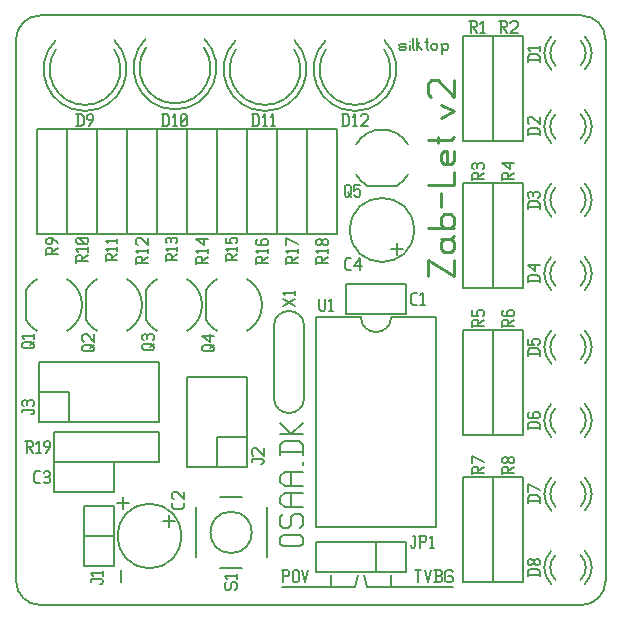
<source format=gbr>
G04 start of page 8 for group -4079 idx -4079 *
G04 Title: Zab-Let V2, topsilk *
G04 Creator: pcb 20110918 *
G04 CreationDate: Fri 21 Dec 2012 01:58:23 PM GMT UTC *
G04 For: bertho *
G04 Format: Gerber/RS-274X *
G04 PCB-Dimensions: 325000 225000 *
G04 PCB-Coordinate-Origin: lower left *
%MOIN*%
%FSLAX25Y25*%
%LNTOPSILK*%
%ADD51C,0.0088*%
%ADD50C,0.0076*%
%ADD49C,0.0070*%
%ADD48C,0.0080*%
G54D48*X10000Y26500D02*Y207000D01*
X18000Y215000D02*X198500D01*
X206500Y207000D02*Y26500D01*
X198500Y18500D02*X18000D01*
X123000Y24500D02*X98500D01*
X115000Y28500D02*Y24500D01*
X124000Y28500D02*X123000Y24500D01*
X126000Y28500D02*X127000Y24500D01*
X155500D01*
X135000Y28500D02*Y24500D01*
X10000Y207000D02*G75*G02X18000Y215000I8000J0D01*G01*
Y18500D02*G75*G02X10000Y26500I0J8000D01*G01*
X206500D02*G75*G02X198500Y18500I-8000J0D01*G01*
Y215000D02*G75*G02X206500Y207000I0J-8000D01*G01*
G54D49*X143000Y30000D02*X145000D01*
X144000D02*Y26000D01*
X146200Y30000D02*X147200Y26000D01*
X148200Y30000D01*
X149400Y26000D02*X151400D01*
X151900Y26500D01*
Y27700D02*Y26500D01*
X151400Y28200D02*X151900Y27700D01*
X149900Y28200D02*X151400D01*
X149900Y30000D02*Y26000D01*
X149400Y30000D02*X151400D01*
X151900Y29500D01*
Y28700D01*
X151400Y28200D02*X151900Y28700D01*
X155100Y30000D02*X155600Y29500D01*
X153600Y30000D02*X155100D01*
X153100Y29500D02*X153600Y30000D01*
X153100Y29500D02*Y26500D01*
X153600Y26000D01*
X155100D01*
X155600Y26500D01*
Y27500D02*Y26500D01*
X155100Y28000D02*X155600Y27500D01*
X154100Y28000D02*X155100D01*
X99000Y30000D02*Y26000D01*
X98500Y30000D02*X100500D01*
X101000Y29500D01*
Y28500D01*
X100500Y28000D02*X101000Y28500D01*
X99000Y28000D02*X100500D01*
X102200Y29500D02*Y26500D01*
Y29500D02*X102700Y30000D01*
X103700D01*
X104200Y29500D01*
Y26500D01*
X103700Y26000D02*X104200Y26500D01*
X102700Y26000D02*X103700D01*
X102200Y26500D02*X102700Y26000D01*
X105400Y30000D02*X106400Y26000D01*
X107400Y30000D01*
G54D50*X98850Y38000D02*X104550D01*
X98850D02*X97900Y38950D01*
Y40850D02*Y38950D01*
Y40850D02*X98850Y41800D01*
X104550D01*
X105500Y40850D02*X104550Y41800D01*
X105500Y40850D02*Y38950D01*
X104550Y38000D02*X105500Y38950D01*
X97900Y47880D02*X98850Y48830D01*
X97900Y47880D02*Y45030D01*
X98850Y44080D02*X97900Y45030D01*
X98850Y44080D02*X100750D01*
X101700Y45030D01*
Y47880D02*Y45030D01*
Y47880D02*X102650Y48830D01*
X104550D01*
X105500Y47880D02*X104550Y48830D01*
X105500Y47880D02*Y45030D01*
X104550Y44080D02*X105500Y45030D01*
X99800Y51110D02*X105500D01*
X99800D02*X97900Y52440D01*
Y54530D02*Y52440D01*
Y54530D02*X99800Y55860D01*
X105500D01*
X101700D02*Y51110D01*
X99800Y58140D02*X105500D01*
X99800D02*X97900Y59470D01*
Y61560D02*Y59470D01*
Y61560D02*X99800Y62890D01*
X105500D01*
X101700D02*Y58140D01*
X105500Y66120D02*Y65170D01*
X97900Y69350D02*X105500D01*
X97900Y71820D02*X99230Y73150D01*
X104170D01*
X105500Y71820D02*X104170Y73150D01*
X105500Y71820D02*Y68400D01*
X97900Y71820D02*Y68400D01*
Y75430D02*X105500D01*
X101700D02*X97900Y79230D01*
X101700Y75430D02*X105500Y79230D01*
G54D48*X45000Y30000D02*Y26000D01*
X45500Y54500D02*Y50500D01*
X43500Y52500D02*X47500D01*
G54D51*X147200Y133500D02*Y128000D01*
X156000D02*X147200Y133500D01*
X156000D02*Y128000D01*
X151600Y139440D02*X152700Y140540D01*
X151600Y139440D02*Y137240D01*
X152700Y136140D02*X151600Y137240D01*
X152700Y136140D02*X154900D01*
X156000Y137240D01*
X151600Y140540D02*X154900D01*
X156000Y141640D01*
Y139440D02*Y137240D01*
Y139440D02*X154900Y140540D01*
X147200Y144280D02*X156000D01*
X154900D02*X156000Y145380D01*
Y147580D02*Y145380D01*
Y147580D02*X154900Y148680D01*
X152700D02*X154900D01*
X151600Y147580D02*X152700Y148680D01*
X151600Y147580D02*Y145380D01*
X152700Y144280D02*X151600Y145380D01*
Y155720D02*Y151320D01*
X147200Y158360D02*X156000D01*
Y162760D02*Y158360D01*
Y169800D02*Y166500D01*
X154900Y165400D02*X156000Y166500D01*
X152700Y165400D02*X154900D01*
X152700D02*X151600Y166500D01*
Y168700D02*Y166500D01*
Y168700D02*X152700Y169800D01*
X153800D02*Y165400D01*
X152700Y169800D02*X153800D01*
X147200Y173540D02*X154900D01*
X156000Y174640D01*
X150500D02*Y172440D01*
X151600Y180800D02*X156000Y183000D01*
X151600Y185200D02*X156000Y183000D01*
X148300Y187840D02*X147200Y188940D01*
Y192240D02*Y188940D01*
Y192240D02*X148300Y193340D01*
X150500D01*
X156000Y187840D02*X150500Y193340D01*
X156000D02*Y187840D01*
G54D49*X138000Y203500D02*X139500D01*
X140000Y204000D01*
X139500Y204500D02*X140000Y204000D01*
X138000Y204500D02*X139500D01*
X137500Y205000D02*X138000Y204500D01*
X137500Y205000D02*X138000Y205500D01*
X139500D01*
X140000Y205000D01*
X137500Y204000D02*X138000Y203500D01*
X141200Y206500D02*Y206400D01*
Y205000D02*Y203500D01*
X142200Y207500D02*Y204000D01*
X142700Y203500D01*
X143700Y207500D02*Y203500D01*
Y205000D02*X145200Y203500D01*
X143700Y205000D02*X144700Y206000D01*
X146900Y207500D02*Y204000D01*
X147400Y203500D01*
X146400Y206000D02*X147400D01*
X148400Y205000D02*Y204000D01*
Y205000D02*X148900Y205500D01*
X149900D01*
X150400Y205000D01*
Y204000D01*
X149900Y203500D02*X150400Y204000D01*
X148900Y203500D02*X149900D01*
X148400Y204000D02*X148900Y203500D01*
X152100Y205000D02*Y202000D01*
X151600Y205500D02*X152100Y205000D01*
X152600Y205500D01*
X153600D01*
X154100Y205000D01*
Y204000D01*
X153600Y203500D02*X154100Y204000D01*
X152600Y203500D02*X153600D01*
X152100Y204000D02*X152600Y203500D01*
G54D48*X189828Y84172D02*G75*G03X189828Y75828I4172J-4172D01*G01*
X198172Y75828D02*G75*G03X198172Y84172I-4172J4172D01*G01*
X188414Y85586D02*G75*G03X188414Y74414I5586J-5586D01*G01*
X199586Y74414D02*G75*G03X199586Y85586I-5586J5586D01*G01*
X189828Y108672D02*G75*G03X189828Y100328I4172J-4172D01*G01*
X198172Y100328D02*G75*G03X198172Y108672I-4172J4172D01*G01*
X188414Y110086D02*G75*G03X188414Y98914I5586J-5586D01*G01*
X199586Y98914D02*G75*G03X199586Y110086I-5586J5586D01*G01*
X189828Y133172D02*G75*G03X189828Y124828I4172J-4172D01*G01*
X198172Y124828D02*G75*G03X198172Y133172I-4172J4172D01*G01*
X188414Y134586D02*G75*G03X188414Y123414I5586J-5586D01*G01*
X199586Y123414D02*G75*G03X199586Y134586I-5586J5586D01*G01*
X189828Y157672D02*G75*G03X189828Y149328I4172J-4172D01*G01*
X198172Y149328D02*G75*G03X198172Y157672I-4172J4172D01*G01*
X188414Y159086D02*G75*G03X188414Y147914I5586J-5586D01*G01*
X199586Y147914D02*G75*G03X199586Y159086I-5586J5586D01*G01*
X189828Y182172D02*G75*G03X189828Y173828I4172J-4172D01*G01*
X198172Y173828D02*G75*G03X198172Y182172I-4172J4172D01*G01*
X188414Y183586D02*G75*G03X188414Y172414I5586J-5586D01*G01*
X199586Y172414D02*G75*G03X199586Y183586I-5586J5586D01*G01*
X189828Y206672D02*G75*G03X189828Y198328I4172J-4172D01*G01*
X198172Y198328D02*G75*G03X198172Y206672I-4172J4172D01*G01*
X188414Y208086D02*G75*G03X188414Y196914I5586J-5586D01*G01*
X199586Y196914D02*G75*G03X199586Y208086I-5586J5586D01*G01*
X189828Y35172D02*G75*G03X189828Y26828I4172J-4172D01*G01*
X198172Y26828D02*G75*G03X198172Y35172I-4172J4172D01*G01*
X188414Y36586D02*G75*G03X188414Y25414I5586J-5586D01*G01*
X199586Y25414D02*G75*G03X199586Y36586I-5586J5586D01*G01*
X189828Y59672D02*G75*G03X189828Y51328I4172J-4172D01*G01*
X198172Y51328D02*G75*G03X198172Y59672I-4172J4172D01*G01*
X188414Y61086D02*G75*G03X188414Y49914I5586J-5586D01*G01*
X199586Y49914D02*G75*G03X199586Y61086I-5586J5586D01*G01*
X53300Y123500D02*Y113500D01*
X67000Y109840D02*G75*G03X67000Y127160I-5000J8660D01*G01*
X57000Y127160D02*G75*G03X53340Y123500I5000J-8660D01*G01*
X53340Y113500D02*G75*G03X57000Y109840I8660J5000D01*G01*
X106000Y111500D02*Y87500D01*
X96000Y111500D02*Y87500D01*
G75*G03X106000Y87500I5000J0D01*G01*
Y111500D02*G75*G03X96000Y111500I-5000J0D01*G01*
X140000Y125500D02*Y115500D01*
X120000Y125500D02*Y115500D01*
Y125500D02*X140000D01*
X120000Y115500D02*X140000D01*
X110000Y39500D02*X140000D01*
X110000D02*Y29500D01*
X140000D01*
Y39500D02*Y29500D01*
X130000Y39500D02*Y29500D01*
X140000D01*
X110000Y114500D02*Y44500D01*
X150000D01*
Y114500D02*Y44500D01*
X110000Y114500D02*X125000D01*
X135000D02*X150000D01*
X125000D02*G75*G03X135000Y114500I5000J0D01*G01*
X159000Y61000D02*X169000D01*
X159000Y26000D02*X169000D01*
X159000Y61000D02*Y26000D01*
X169000Y61000D02*Y26000D01*
Y61000D02*X179000D01*
X169000Y26000D02*X179000D01*
X169000Y61000D02*Y26000D01*
X179000Y61000D02*Y26000D01*
X159000Y110000D02*X169000D01*
X159000Y75000D02*X169000D01*
X159000Y110000D02*Y75000D01*
X169000Y110000D02*Y75000D01*
Y110000D02*X179000D01*
X169000Y75000D02*X179000D01*
X169000Y110000D02*Y75000D01*
X179000Y110000D02*Y75000D01*
X83334Y203768D02*G75*G03X102666Y203768I9666J-6768D01*G01*
X83242Y206758D02*G75*G03X102758Y206758I9758J-9758D01*G01*
X97000Y142000D02*X107000D01*
X97000Y177000D02*X107000D01*
Y142000D01*
X97000Y177000D02*Y142000D01*
X107000D02*X117000D01*
X107000Y177000D02*X117000D01*
Y142000D01*
X107000Y177000D02*Y142000D01*
X87000Y177000D02*X97000D01*
X87000Y142000D02*X97000D01*
X87000Y177000D02*Y142000D01*
X97000Y177000D02*Y142000D01*
X67000Y177000D02*X77000D01*
X67000Y142000D02*X77000D01*
X67000Y177000D02*Y142000D01*
X77000Y177000D02*Y142000D01*
Y177000D02*X87000D01*
X77000Y142000D02*X87000D01*
X77000Y177000D02*Y142000D01*
X87000Y177000D02*Y142000D01*
X57000Y177000D02*X67000D01*
X57000Y142000D02*X67000D01*
X57000Y177000D02*Y142000D01*
X67000Y177000D02*Y142000D01*
X113334Y203768D02*G75*G03X132666Y203768I9666J-6768D01*G01*
X113242Y206758D02*G75*G03X132758Y206758I9758J-9758D01*G01*
X127000Y158300D02*X137000D01*
X140660Y172000D02*G75*G03X123340Y172000I-8660J-5000D01*G01*
X123340Y162000D02*G75*G03X127000Y158340I8660J5000D01*G01*
X137000Y158340D02*G75*G03X140660Y162000I-5000J8660D01*G01*
X159000Y208000D02*X169000D01*
X159000Y173000D02*X169000D01*
X159000Y208000D02*Y173000D01*
X169000Y208000D02*Y173000D01*
Y208000D02*X179000D01*
X169000Y173000D02*X179000D01*
X169000Y208000D02*Y173000D01*
X179000Y208000D02*Y173000D01*
X159000Y159000D02*X169000D01*
X159000Y124000D02*X169000D01*
X159000Y159000D02*Y124000D01*
X169000Y159000D02*Y124000D01*
Y159000D02*X179000D01*
X169000Y124000D02*X179000D01*
X169000Y159000D02*Y124000D01*
X179000Y159000D02*Y124000D01*
X134921Y137000D02*X138921D01*
X136921Y139000D02*Y135000D01*
X142650Y143500D02*G75*G03X142650Y143500I-10650J0D01*G01*
X57500Y76000D02*Y66000D01*
X22500Y76000D02*Y66000D01*
Y76000D02*X57500D01*
X22500Y66000D02*X57500D01*
X17500Y79500D02*X57500D01*
Y99500D02*Y79500D01*
X17500Y99500D02*X57500D01*
X17500D02*Y79500D01*
X27500Y89500D02*Y79500D01*
X17500Y89500D02*X27500D01*
X87000Y94500D02*Y64500D01*
X67000Y94500D02*X87000D01*
X67000D02*Y64500D01*
X87000D01*
X77000Y74500D02*X87000D01*
X77000D02*Y64500D01*
X61000Y48421D02*Y44421D01*
X59000Y46421D02*X63000D01*
X54500Y52150D02*G75*G03X54500Y52150I0J-10650D01*G01*
X33300Y123500D02*Y113500D01*
X47000Y109840D02*G75*G03X47000Y127160I-5000J8660D01*G01*
X37000Y127160D02*G75*G03X33340Y123500I5000J-8660D01*G01*
X33340Y113500D02*G75*G03X37000Y109840I8660J5000D01*G01*
X13300Y123500D02*Y113500D01*
X27000Y109840D02*G75*G03X27000Y127160I-5000J8660D01*G01*
X17000Y127160D02*G75*G03X13340Y123500I5000J-8660D01*G01*
X13340Y113500D02*G75*G03X17000Y109840I8660J5000D01*G01*
X93500Y51000D02*Y34400D01*
X69900Y51000D02*Y34400D01*
X78000Y54500D02*X85300D01*
X78000Y30900D02*X85300D01*
X81700Y49600D02*G75*G03X81700Y49600I0J-6900D01*G01*
X42500Y66000D02*Y56000D01*
X22500Y66000D02*Y56000D01*
Y66000D02*X42500D01*
X22500Y56000D02*X42500D01*
X32500Y51500D02*Y31500D01*
X42500D01*
Y51500D01*
X32500D01*
Y41500D02*X42500D01*
Y51500D01*
X73300Y123500D02*Y113500D01*
X87000Y109840D02*G75*G03X87000Y127160I-5000J8660D01*G01*
X77000Y127160D02*G75*G03X73340Y123500I5000J-8660D01*G01*
X73340Y113500D02*G75*G03X77000Y109840I8660J5000D01*G01*
X47000Y177000D02*X57000D01*
X47000Y142000D02*X57000D01*
X47000Y177000D02*Y142000D01*
X57000Y177000D02*Y142000D01*
X27000Y177000D02*X37000D01*
X27000Y142000D02*X37000D01*
X27000Y177000D02*Y142000D01*
X37000Y177000D02*Y142000D01*
X17000Y177000D02*X27000D01*
X17000Y142000D02*X27000D01*
X17000Y177000D02*Y142000D01*
X27000Y177000D02*Y142000D01*
X37000Y177000D02*X47000D01*
X37000Y142000D02*X47000D01*
X37000Y177000D02*Y142000D01*
X47000Y177000D02*Y142000D01*
X53334Y204268D02*G75*G03X72666Y204268I9666J-6768D01*G01*
X53242Y207258D02*G75*G03X72758Y207258I9758J-9758D01*G01*
X23334Y203768D02*G75*G03X42666Y203768I9666J-6768D01*G01*
X23242Y206758D02*G75*G03X42758Y206758I9758J-9758D01*G01*
G54D49*X180500Y102000D02*X184500D01*
X180500Y103300D02*X181200Y104000D01*
X183800D01*
X184500Y103300D02*X183800Y104000D01*
X184500Y103300D02*Y101500D01*
X180500Y103300D02*Y101500D01*
Y107200D02*Y105200D01*
X182500D01*
X182000Y105700D01*
Y106700D02*Y105700D01*
Y106700D02*X182500Y107200D01*
X184000D01*
X184500Y106700D02*X184000Y107200D01*
X184500Y106700D02*Y105700D01*
X184000Y105200D02*X184500Y105700D01*
X180500Y126500D02*X184500D01*
X180500Y127800D02*X181200Y128500D01*
X183800D01*
X184500Y127800D02*X183800Y128500D01*
X184500Y127800D02*Y126000D01*
X180500Y127800D02*Y126000D01*
X183000Y129700D02*X180500Y131700D01*
X183000Y132200D02*Y129700D01*
X180500Y131700D02*X184500D01*
X119500Y158000D02*Y155000D01*
Y158000D02*X120000Y158500D01*
X121000D01*
X121500Y158000D01*
Y155500D01*
X120500Y154500D02*X121500Y155500D01*
X120000Y154500D02*X120500D01*
X119500Y155000D02*X120000Y154500D01*
X120500Y156000D02*X121500Y154500D01*
X122700Y158500D02*X124700D01*
X122700D02*Y156500D01*
X123200Y157000D01*
X124200D01*
X124700Y156500D01*
Y155000D01*
X124200Y154500D02*X124700Y155000D01*
X123200Y154500D02*X124200D01*
X122700Y155000D02*X123200Y154500D01*
X100000Y134000D02*Y132000D01*
Y134000D02*X100500Y134500D01*
X101500D01*
X102000Y134000D02*X101500Y134500D01*
X102000Y134000D02*Y132500D01*
X100000D02*X104000D01*
X102000Y133300D02*X104000Y134500D01*
X100800Y135700D02*X100000Y136500D01*
X104000D01*
Y137200D02*Y135700D01*
Y138900D02*X100000Y140900D01*
Y138400D01*
X110000Y134000D02*Y132000D01*
Y134000D02*X110500Y134500D01*
X111500D01*
X112000Y134000D02*X111500Y134500D01*
X112000Y134000D02*Y132500D01*
X110000D02*X114000D01*
X112000Y133300D02*X114000Y134500D01*
X110800Y135700D02*X110000Y136500D01*
X114000D01*
Y137200D02*Y135700D01*
X113500Y138400D02*X114000Y138900D01*
X112700Y138400D02*X113500D01*
X112700D02*X112000Y139100D01*
Y139700D02*Y139100D01*
Y139700D02*X112700Y140400D01*
X113500D01*
X114000Y139900D02*X113500Y140400D01*
X114000Y139900D02*Y138900D01*
X111300Y138400D02*X112000Y139100D01*
X110500Y138400D02*X111300D01*
X110500D02*X110000Y138900D01*
Y139900D02*Y138900D01*
Y139900D02*X110500Y140400D01*
X111300D01*
X112000Y139700D02*X111300Y140400D01*
X90000Y134000D02*Y132000D01*
Y134000D02*X90500Y134500D01*
X91500D01*
X92000Y134000D02*X91500Y134500D01*
X92000Y134000D02*Y132500D01*
X90000D02*X94000D01*
X92000Y133300D02*X94000Y134500D01*
X90800Y135700D02*X90000Y136500D01*
X94000D01*
Y137200D02*Y135700D01*
X90000Y139900D02*X90500Y140400D01*
X90000Y139900D02*Y138900D01*
X90500Y138400D02*X90000Y138900D01*
X90500Y138400D02*X93500D01*
X94000Y138900D01*
X91800Y139900D02*X92300Y140400D01*
X91800Y139900D02*Y138400D01*
X94000Y139900D02*Y138900D01*
Y139900D02*X93500Y140400D01*
X92300D02*X93500D01*
X120200Y130000D02*X121500D01*
X119500Y130700D02*X120200Y130000D01*
X119500Y133300D02*Y130700D01*
Y133300D02*X120200Y134000D01*
X121500D01*
X122700Y131500D02*X124700Y134000D01*
X122700Y131500D02*X125200D01*
X124700Y134000D02*Y130000D01*
X103000Y118000D02*X99000Y120500D01*
Y118000D02*X103000Y120500D01*
X99800Y121700D02*X99000Y122500D01*
X103000D01*
Y123200D02*Y121700D01*
X142200Y118500D02*X143500D01*
X141500Y119200D02*X142200Y118500D01*
X141500Y121800D02*Y119200D01*
Y121800D02*X142200Y122500D01*
X143500D01*
X144700Y121700D02*X145500Y122500D01*
Y118500D01*
X144700D02*X146200D01*
X162000Y113000D02*Y111000D01*
Y113000D02*X162500Y113500D01*
X163500D01*
X164000Y113000D02*X163500Y113500D01*
X164000Y113000D02*Y111500D01*
X162000D02*X166000D01*
X164000Y112300D02*X166000Y113500D01*
X162000Y116700D02*Y114700D01*
X164000D01*
X163500Y115200D01*
Y116200D02*Y115200D01*
Y116200D02*X164000Y116700D01*
X165500D01*
X166000Y116200D02*X165500Y116700D01*
X166000Y116200D02*Y115200D01*
X165500Y114700D02*X166000Y115200D01*
X172000Y113000D02*Y111000D01*
Y113000D02*X172500Y113500D01*
X173500D01*
X174000Y113000D02*X173500Y113500D01*
X174000Y113000D02*Y111500D01*
X172000D02*X176000D01*
X174000Y112300D02*X176000Y113500D01*
X172000Y116200D02*X172500Y116700D01*
X172000Y116200D02*Y115200D01*
X172500Y114700D02*X172000Y115200D01*
X172500Y114700D02*X175500D01*
X176000Y115200D01*
X173800Y116200D02*X174300Y116700D01*
X173800Y116200D02*Y114700D01*
X176000Y116200D02*Y115200D01*
Y116200D02*X175500Y116700D01*
X174300D02*X175500D01*
X111000Y120500D02*Y117000D01*
X111500Y116500D01*
X112500D01*
X113000Y117000D01*
Y120500D02*Y117000D01*
X114200Y119700D02*X115000Y120500D01*
Y116500D01*
X114200D02*X115700D01*
X13000Y73000D02*X15000D01*
X15500Y72500D01*
Y71500D01*
X15000Y71000D02*X15500Y71500D01*
X13500Y71000D02*X15000D01*
X13500Y73000D02*Y69000D01*
X14300Y71000D02*X15500Y69000D01*
X16700Y72200D02*X17500Y73000D01*
Y69000D01*
X16700D02*X18200D01*
X19900D02*X21400Y71000D01*
Y72500D02*Y71000D01*
X20900Y73000D02*X21400Y72500D01*
X19900Y73000D02*X20900D01*
X19400Y72500D02*X19900Y73000D01*
X19400Y72500D02*Y71500D01*
X19900Y71000D01*
X21400D01*
X16700Y59000D02*X18000D01*
X16000Y59700D02*X16700Y59000D01*
X16000Y62300D02*Y59700D01*
Y62300D02*X16700Y63000D01*
X18000D01*
X19200Y62500D02*X19700Y63000D01*
X20700D01*
X21200Y62500D01*
X20700Y59000D02*X21200Y59500D01*
X19700Y59000D02*X20700D01*
X19200Y59500D02*X19700Y59000D01*
Y61200D02*X20700D01*
X21200Y62500D02*Y61700D01*
Y60700D02*Y59500D01*
Y60700D02*X20700Y61200D01*
X21200Y61700D02*X20700Y61200D01*
X88500Y67000D02*Y66200D01*
Y67000D02*X92000D01*
X92500Y66500D02*X92000Y67000D01*
X92500Y66500D02*Y66000D01*
X92000Y65500D02*X92500Y66000D01*
X91500Y65500D02*X92000D01*
X89000Y68200D02*X88500Y68700D01*
Y70200D02*Y68700D01*
Y70200D02*X89000Y70700D01*
X90000D01*
X92500Y68200D02*X90000Y70700D01*
X92500D02*Y68200D01*
X35000Y27000D02*Y26200D01*
Y27000D02*X38500D01*
X39000Y26500D02*X38500Y27000D01*
X39000Y26500D02*Y26000D01*
X38500Y25500D02*X39000Y26000D01*
X38000Y25500D02*X38500D01*
X35800Y28200D02*X35000Y29000D01*
X39000D01*
Y29700D02*Y28200D01*
X66000Y52579D02*Y51279D01*
X65300Y50579D02*X66000Y51279D01*
X62700Y50579D02*X65300D01*
X62700D02*X62000Y51279D01*
Y52579D02*Y51279D01*
X62500Y53779D02*X62000Y54279D01*
Y55779D02*Y54279D01*
Y55779D02*X62500Y56279D01*
X63500D01*
X66000Y53779D02*X63500Y56279D01*
X66000D02*Y53779D01*
X180500Y77500D02*X184500D01*
X180500Y78800D02*X181200Y79500D01*
X183800D01*
X184500Y78800D02*X183800Y79500D01*
X184500Y78800D02*Y77000D01*
X180500Y78800D02*Y77000D01*
Y82200D02*X181000Y82700D01*
X180500Y82200D02*Y81200D01*
X181000Y80700D02*X180500Y81200D01*
X181000Y80700D02*X184000D01*
X184500Y81200D01*
X182300Y82200D02*X182800Y82700D01*
X182300Y82200D02*Y80700D01*
X184500Y82200D02*Y81200D01*
Y82200D02*X184000Y82700D01*
X182800D02*X184000D01*
X12000Y83500D02*Y82700D01*
Y83500D02*X15500D01*
X16000Y83000D02*X15500Y83500D01*
X16000Y83000D02*Y82500D01*
X15500Y82000D02*X16000Y82500D01*
X15000Y82000D02*X15500D01*
X12500Y84700D02*X12000Y85200D01*
Y86200D02*Y85200D01*
Y86200D02*X12500Y86700D01*
X16000Y86200D02*X15500Y86700D01*
X16000Y86200D02*Y85200D01*
X15500Y84700D02*X16000Y85200D01*
X13800Y86200D02*Y85200D01*
X12500Y86700D02*X13300D01*
X14300D02*X15500D01*
X14300D02*X13800Y86200D01*
X13300Y86700D02*X13800Y86200D01*
X180500Y28500D02*X184500D01*
X180500Y29800D02*X181200Y30500D01*
X183800D01*
X184500Y29800D02*X183800Y30500D01*
X184500Y29800D02*Y28000D01*
X180500Y29800D02*Y28000D01*
X184000Y31700D02*X184500Y32200D01*
X183200Y31700D02*X184000D01*
X183200D02*X182500Y32400D01*
Y33000D02*Y32400D01*
Y33000D02*X183200Y33700D01*
X184000D01*
X184500Y33200D02*X184000Y33700D01*
X184500Y33200D02*Y32200D01*
X181800Y31700D02*X182500Y32400D01*
X181000Y31700D02*X181800D01*
X181000D02*X180500Y32200D01*
Y33200D02*Y32200D01*
Y33200D02*X181000Y33700D01*
X181800D01*
X182500Y33000D02*X181800Y33700D01*
X180500Y53000D02*X184500D01*
X180500Y54300D02*X181200Y55000D01*
X183800D01*
X184500Y54300D02*X183800Y55000D01*
X184500Y54300D02*Y52500D01*
X180500Y54300D02*Y52500D01*
X184500Y56700D02*X180500Y58700D01*
Y56200D01*
X79500Y25500D02*X80000Y26000D01*
X79500Y25500D02*Y24000D01*
X80000Y23500D02*X79500Y24000D01*
X80000Y23500D02*X81000D01*
X81500Y24000D01*
Y25500D02*Y24000D01*
Y25500D02*X82000Y26000D01*
X83000D01*
X83500Y25500D02*X83000Y26000D01*
X83500Y25500D02*Y24000D01*
X83000Y23500D02*X83500Y24000D01*
X80300Y27200D02*X79500Y28000D01*
X83500D01*
Y28700D02*Y27200D01*
X142200Y41500D02*X143000D01*
Y38000D01*
X142500Y37500D02*X143000Y38000D01*
X142000Y37500D02*X142500D01*
X141500Y38000D02*X142000Y37500D01*
X141500Y38500D02*Y38000D01*
X144700Y41500D02*Y37500D01*
X144200Y41500D02*X146200D01*
X146700Y41000D01*
Y40000D01*
X146200Y39500D02*X146700Y40000D01*
X144700Y39500D02*X146200D01*
X147900Y40700D02*X148700Y41500D01*
Y37500D01*
X147900D02*X149400D01*
X162000Y64000D02*Y62000D01*
Y64000D02*X162500Y64500D01*
X163500D01*
X164000Y64000D02*X163500Y64500D01*
X164000Y64000D02*Y62500D01*
X162000D02*X166000D01*
X164000Y63300D02*X166000Y64500D01*
Y66200D02*X162000Y68200D01*
Y65700D01*
X172000Y64000D02*Y62000D01*
Y64000D02*X172500Y64500D01*
X173500D01*
X174000Y64000D02*X173500Y64500D01*
X174000Y64000D02*Y62500D01*
X172000D02*X176000D01*
X174000Y63300D02*X176000Y64500D01*
X175500Y65700D02*X176000Y66200D01*
X174700Y65700D02*X175500D01*
X174700D02*X174000Y66400D01*
Y67000D02*Y66400D01*
Y67000D02*X174700Y67700D01*
X175500D01*
X176000Y67200D02*X175500Y67700D01*
X176000Y67200D02*Y66200D01*
X173300Y65700D02*X174000Y66400D01*
X172500Y65700D02*X173300D01*
X172500D02*X172000Y66200D01*
Y67200D02*Y66200D01*
Y67200D02*X172500Y67700D01*
X173300D01*
X174000Y67000D02*X173300Y67700D01*
X72500Y103000D02*X75500D01*
X72500D02*X72000Y103500D01*
Y104500D02*Y103500D01*
Y104500D02*X72500Y105000D01*
X75000D01*
X76000Y104000D02*X75000Y105000D01*
X76000Y104000D02*Y103500D01*
X75500Y103000D02*X76000Y103500D01*
X74500Y104000D02*X76000Y105000D01*
X74500Y106200D02*X72000Y108200D01*
X74500Y108700D02*Y106200D01*
X72000Y108200D02*X76000D01*
X70000Y134000D02*Y132000D01*
Y134000D02*X70500Y134500D01*
X71500D01*
X72000Y134000D02*X71500Y134500D01*
X72000Y134000D02*Y132500D01*
X70000D02*X74000D01*
X72000Y133300D02*X74000Y134500D01*
X70800Y135700D02*X70000Y136500D01*
X74000D01*
Y137200D02*Y135700D01*
X72500Y138400D02*X70000Y140400D01*
X72500Y140900D02*Y138400D01*
X70000Y140400D02*X74000D01*
X79950Y134900D02*Y133000D01*
Y134900D02*X80425Y135375D01*
X81375D01*
X81850Y134900D02*X81375Y135375D01*
X81850Y134900D02*Y133475D01*
X79950D02*X83750D01*
X81850Y134235D02*X83750Y135375D01*
X80710Y136515D02*X79950Y137275D01*
X83750D01*
Y137940D02*Y136515D01*
X79950Y140980D02*Y139080D01*
X81850D01*
X81375Y139555D01*
Y140505D02*Y139555D01*
Y140505D02*X81850Y140980D01*
X83275D01*
X83750Y140505D02*X83275Y140980D01*
X83750Y140505D02*Y139555D01*
X83275Y139080D02*X83750Y139555D01*
X52500Y103500D02*X55500D01*
X52500D02*X52000Y104000D01*
Y105000D02*Y104000D01*
Y105000D02*X52500Y105500D01*
X55000D01*
X56000Y104500D02*X55000Y105500D01*
X56000Y104500D02*Y104000D01*
X55500Y103500D02*X56000Y104000D01*
X54500Y104500D02*X56000Y105500D01*
X52500Y106700D02*X52000Y107200D01*
Y108200D02*Y107200D01*
Y108200D02*X52500Y108700D01*
X56000Y108200D02*X55500Y108700D01*
X56000Y108200D02*Y107200D01*
X55500Y106700D02*X56000Y107200D01*
X53800Y108200D02*Y107200D01*
X52500Y108700D02*X53300D01*
X54300D02*X55500D01*
X54300D02*X53800Y108200D01*
X53300Y108700D02*X53800Y108200D01*
X32500Y103000D02*X35500D01*
X32500D02*X32000Y103500D01*
Y104500D02*Y103500D01*
Y104500D02*X32500Y105000D01*
X35000D01*
X36000Y104000D02*X35000Y105000D01*
X36000Y104000D02*Y103500D01*
X35500Y103000D02*X36000Y103500D01*
X34500Y104000D02*X36000Y105000D01*
X32500Y106200D02*X32000Y106700D01*
Y108200D02*Y106700D01*
Y108200D02*X32500Y108700D01*
X33500D01*
X36000Y106200D02*X33500Y108700D01*
X36000D02*Y106200D01*
X12500Y104000D02*X15500D01*
X12500D02*X12000Y104500D01*
Y105500D02*Y104500D01*
Y105500D02*X12500Y106000D01*
X15000D01*
X16000Y105000D02*X15000Y106000D01*
X16000Y105000D02*Y104500D01*
X15500Y104000D02*X16000Y104500D01*
X14500Y105000D02*X16000Y106000D01*
X12800Y107200D02*X12000Y108000D01*
X16000D01*
Y108700D02*Y107200D01*
X59950Y134900D02*Y133000D01*
Y134900D02*X60425Y135375D01*
X61375D01*
X61850Y134900D02*X61375Y135375D01*
X61850Y134900D02*Y133475D01*
X59950D02*X63750D01*
X61850Y134235D02*X63750Y135375D01*
X60710Y136515D02*X59950Y137275D01*
X63750D01*
Y137940D02*Y136515D01*
X60425Y139080D02*X59950Y139555D01*
Y140505D02*Y139555D01*
Y140505D02*X60425Y140980D01*
X63750Y140505D02*X63275Y140980D01*
X63750Y140505D02*Y139555D01*
X63275Y139080D02*X63750Y139555D01*
X61660Y140505D02*Y139555D01*
X60425Y140980D02*X61185D01*
X62135D02*X63275D01*
X62135D02*X61660Y140505D01*
X61185Y140980D02*X61660Y140505D01*
X50000Y134000D02*Y132000D01*
Y134000D02*X50500Y134500D01*
X51500D01*
X52000Y134000D02*X51500Y134500D01*
X52000Y134000D02*Y132500D01*
X50000D02*X54000D01*
X52000Y133300D02*X54000Y134500D01*
X50800Y135700D02*X50000Y136500D01*
X54000D01*
Y137200D02*Y135700D01*
X50500Y138400D02*X50000Y138900D01*
Y140400D02*Y138900D01*
Y140400D02*X50500Y140900D01*
X51500D01*
X54000Y138400D02*X51500Y140900D01*
X54000D02*Y138400D01*
X30000Y134500D02*Y132500D01*
Y134500D02*X30500Y135000D01*
X31500D01*
X32000Y134500D02*X31500Y135000D01*
X32000Y134500D02*Y133000D01*
X30000D02*X34000D01*
X32000Y133800D02*X34000Y135000D01*
X30800Y136200D02*X30000Y137000D01*
X34000D01*
Y137700D02*Y136200D01*
X33500Y138900D02*X34000Y139400D01*
X30500Y138900D02*X33500D01*
X30500D02*X30000Y139400D01*
Y140400D02*Y139400D01*
Y140400D02*X30500Y140900D01*
X33500D01*
X34000Y140400D02*X33500Y140900D01*
X34000Y140400D02*Y139400D01*
X33000Y138900D02*X31000Y140900D01*
X39950Y134900D02*Y133000D01*
Y134900D02*X40425Y135375D01*
X41375D01*
X41850Y134900D02*X41375Y135375D01*
X41850Y134900D02*Y133475D01*
X39950D02*X43750D01*
X41850Y134235D02*X43750Y135375D01*
X40710Y136515D02*X39950Y137275D01*
X43750D01*
Y137940D02*Y136515D01*
X40710Y139080D02*X39950Y139840D01*
X43750D01*
Y140505D02*Y139080D01*
X20000Y137000D02*Y135000D01*
Y137000D02*X20500Y137500D01*
X21500D01*
X22000Y137000D02*X21500Y137500D01*
X22000Y137000D02*Y135500D01*
X20000D02*X24000D01*
X22000Y136300D02*X24000Y137500D01*
Y139200D02*X22000Y140700D01*
X20500D02*X22000D01*
X20000Y140200D02*X20500Y140700D01*
X20000Y140200D02*Y139200D01*
X20500Y138700D02*X20000Y139200D01*
X20500Y138700D02*X21500D01*
X22000Y139200D01*
Y140700D02*Y139200D01*
X180500Y151000D02*X184500D01*
X180500Y152300D02*X181200Y153000D01*
X183800D01*
X184500Y152300D02*X183800Y153000D01*
X184500Y152300D02*Y150500D01*
X180500Y152300D02*Y150500D01*
X181000Y154200D02*X180500Y154700D01*
Y155700D02*Y154700D01*
Y155700D02*X181000Y156200D01*
X184500Y155700D02*X184000Y156200D01*
X184500Y155700D02*Y154700D01*
X184000Y154200D02*X184500Y154700D01*
X182300Y155700D02*Y154700D01*
X181000Y156200D02*X181800D01*
X182800D02*X184000D01*
X182800D02*X182300Y155700D01*
X181800Y156200D02*X182300Y155700D01*
X180500Y175500D02*X184500D01*
X180500Y176800D02*X181200Y177500D01*
X183800D01*
X184500Y176800D02*X183800Y177500D01*
X184500Y176800D02*Y175000D01*
X180500Y176800D02*Y175000D01*
X181000Y178700D02*X180500Y179200D01*
Y180700D02*Y179200D01*
Y180700D02*X181000Y181200D01*
X182000D01*
X184500Y178700D02*X182000Y181200D01*
X184500D02*Y178700D01*
X162000Y162000D02*Y160000D01*
Y162000D02*X162500Y162500D01*
X163500D01*
X164000Y162000D02*X163500Y162500D01*
X164000Y162000D02*Y160500D01*
X162000D02*X166000D01*
X164000Y161300D02*X166000Y162500D01*
X162500Y163700D02*X162000Y164200D01*
Y165200D02*Y164200D01*
Y165200D02*X162500Y165700D01*
X166000Y165200D02*X165500Y165700D01*
X166000Y165200D02*Y164200D01*
X165500Y163700D02*X166000Y164200D01*
X163800Y165200D02*Y164200D01*
X162500Y165700D02*X163300D01*
X164300D02*X165500D01*
X164300D02*X163800Y165200D01*
X163300Y165700D02*X163800Y165200D01*
X172000Y162000D02*Y160000D01*
Y162000D02*X172500Y162500D01*
X173500D01*
X174000Y162000D02*X173500Y162500D01*
X174000Y162000D02*Y160500D01*
X172000D02*X176000D01*
X174000Y161300D02*X176000Y162500D01*
X174500Y163700D02*X172000Y165700D01*
X174500Y166200D02*Y163700D01*
X172000Y165700D02*X176000D01*
X180500Y200000D02*X184500D01*
X180500Y201300D02*X181200Y202000D01*
X183800D01*
X184500Y201300D02*X183800Y202000D01*
X184500Y201300D02*Y199500D01*
X180500Y201300D02*Y199500D01*
X181300Y203200D02*X180500Y204000D01*
X184500D01*
Y204700D02*Y203200D01*
X161000Y213000D02*X163000D01*
X163500Y212500D01*
Y211500D01*
X163000Y211000D02*X163500Y211500D01*
X161500Y211000D02*X163000D01*
X161500Y213000D02*Y209000D01*
X162300Y211000D02*X163500Y209000D01*
X164700Y212200D02*X165500Y213000D01*
Y209000D01*
X164700D02*X166200D01*
X171000Y213000D02*X173000D01*
X173500Y212500D01*
Y211500D01*
X173000Y211000D02*X173500Y211500D01*
X171500Y211000D02*X173000D01*
X171500Y213000D02*Y209000D01*
X172300Y211000D02*X173500Y209000D01*
X174700Y212500D02*X175200Y213000D01*
X176700D01*
X177200Y212500D01*
Y211500D01*
X174700Y209000D02*X177200Y211500D01*
X174700Y209000D02*X177200D01*
X119000Y182000D02*Y178000D01*
X120300Y182000D02*X121000Y181300D01*
Y178700D01*
X120300Y178000D02*X121000Y178700D01*
X118500Y178000D02*X120300D01*
X118500Y182000D02*X120300D01*
X122200Y181200D02*X123000Y182000D01*
Y178000D01*
X122200D02*X123700D01*
X124900Y181500D02*X125400Y182000D01*
X126900D01*
X127400Y181500D01*
Y180500D01*
X124900Y178000D02*X127400Y180500D01*
X124900Y178000D02*X127400D01*
X89000Y182000D02*Y178000D01*
X90300Y182000D02*X91000Y181300D01*
Y178700D01*
X90300Y178000D02*X91000Y178700D01*
X88500Y178000D02*X90300D01*
X88500Y182000D02*X90300D01*
X92200Y181200D02*X93000Y182000D01*
Y178000D01*
X92200D02*X93700D01*
X94900Y181200D02*X95700Y182000D01*
Y178000D01*
X94900D02*X96400D01*
X59000Y182000D02*Y178000D01*
X60300Y182000D02*X61000Y181300D01*
Y178700D01*
X60300Y178000D02*X61000Y178700D01*
X58500Y178000D02*X60300D01*
X58500Y182000D02*X60300D01*
X62200Y181200D02*X63000Y182000D01*
Y178000D01*
X62200D02*X63700D01*
X64900Y178500D02*X65400Y178000D01*
X64900Y181500D02*Y178500D01*
Y181500D02*X65400Y182000D01*
X66400D01*
X66900Y181500D01*
Y178500D01*
X66400Y178000D02*X66900Y178500D01*
X65400Y178000D02*X66400D01*
X64900Y179000D02*X66900Y181000D01*
X30500Y182000D02*Y178000D01*
X31800Y182000D02*X32500Y181300D01*
Y178700D01*
X31800Y178000D02*X32500Y178700D01*
X30000Y178000D02*X31800D01*
X30000Y182000D02*X31800D01*
X34200Y178000D02*X35700Y180000D01*
Y181500D02*Y180000D01*
X35200Y182000D02*X35700Y181500D01*
X34200Y182000D02*X35200D01*
X33700Y181500D02*X34200Y182000D01*
X33700Y181500D02*Y180500D01*
X34200Y180000D01*
X35700D01*
M02*

</source>
